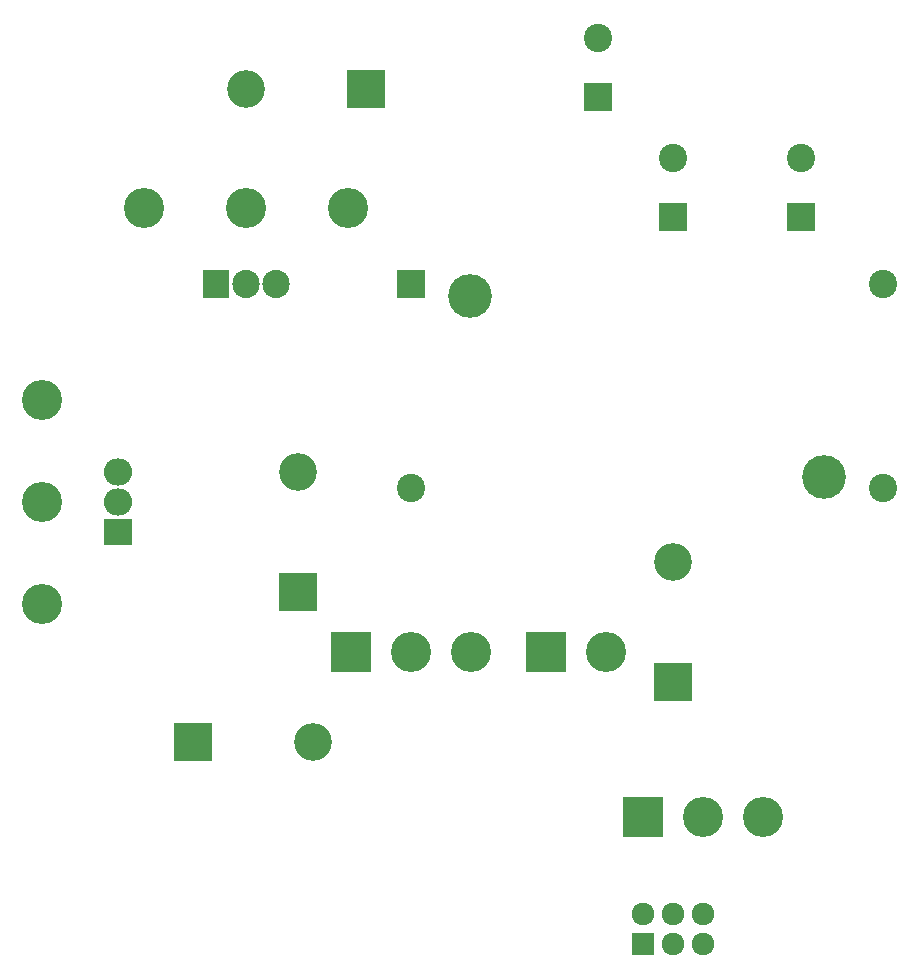
<source format=gbr>
G04 #@! TF.GenerationSoftware,KiCad,Pcbnew,(5.0.0)*
G04 #@! TF.CreationDate,2018-08-26T00:23:23+09:00*
G04 #@! TF.ProjectId,power-supply,706F7765722D737570706C792E6B6963,rev?*
G04 #@! TF.SameCoordinates,Original*
G04 #@! TF.FileFunction,Soldermask,Bot*
G04 #@! TF.FilePolarity,Negative*
%FSLAX46Y46*%
G04 Gerber Fmt 4.6, Leading zero omitted, Abs format (unit mm)*
G04 Created by KiCad (PCBNEW (5.0.0)) date 08/26/18 00:23:23*
%MOMM*%
%LPD*%
G01*
G04 APERTURE LIST*
%ADD10R,1.924000X1.924000*%
%ADD11C,1.924000*%
%ADD12C,3.400000*%
%ADD13C,2.400000*%
%ADD14R,2.400000X2.400000*%
%ADD15R,3.200000X3.200000*%
%ADD16O,3.200000X3.200000*%
%ADD17R,3.400000X3.400000*%
%ADD18C,3.700000*%
%ADD19R,2.305000X2.400000*%
%ADD20O,2.305000X2.400000*%
%ADD21O,2.400000X2.305000*%
%ADD22R,2.400000X2.305000*%
G04 APERTURE END LIST*
D10*
G04 #@! TO.C,SW1*
X14605000Y-36830000D03*
D11*
X17145000Y-36830000D03*
X19685000Y-36830000D03*
X19685000Y-34290000D03*
X17145000Y-34290000D03*
X14605000Y-34290000D03*
G04 #@! TD*
D12*
G04 #@! TO.C,REF\002A\002A*
X-36322000Y9271000D03*
X-36322000Y635000D03*
X-36322000Y-8001000D03*
G04 #@! TD*
D13*
G04 #@! TO.C,C1*
X10795000Y39925000D03*
D14*
X10795000Y34925000D03*
G04 #@! TD*
G04 #@! TO.C,C2*
X27940000Y24765000D03*
D13*
X27940000Y29765000D03*
G04 #@! TD*
D14*
G04 #@! TO.C,C3*
X17145000Y24765000D03*
D13*
X17145000Y29765000D03*
G04 #@! TD*
D15*
G04 #@! TO.C,D1*
X-23495000Y-19685000D03*
D16*
X-13335000Y-19685000D03*
G04 #@! TD*
G04 #@! TO.C,D2*
X-14605000Y3175000D03*
D15*
X-14605000Y-6985000D03*
G04 #@! TD*
D16*
G04 #@! TO.C,D5*
X-19050000Y35560000D03*
D15*
X-8890000Y35560000D03*
G04 #@! TD*
G04 #@! TO.C,D8*
X17145000Y-14605000D03*
D16*
X17145000Y-4445000D03*
G04 #@! TD*
D17*
G04 #@! TO.C,J1*
X6350000Y-12065000D03*
D12*
X11430000Y-12065000D03*
G04 #@! TD*
D17*
G04 #@! TO.C,J2*
X-10160000Y-12065000D03*
D12*
X-5080000Y-12065000D03*
X0Y-12065000D03*
G04 #@! TD*
D14*
G04 #@! TO.C,U1*
X-5080000Y19050000D03*
D13*
X-5080000Y1778000D03*
X34920000Y1778000D03*
X34920000Y19050000D03*
D18*
X-80000Y18050000D03*
X29925000Y2778000D03*
G04 #@! TD*
D19*
G04 #@! TO.C,U2*
X-21590000Y19050000D03*
D20*
X-19050000Y19050000D03*
X-16510000Y19050000D03*
G04 #@! TD*
D21*
G04 #@! TO.C,U5*
X-29845000Y3175000D03*
X-29845000Y635000D03*
D22*
X-29845000Y-1905000D03*
G04 #@! TD*
D17*
G04 #@! TO.C,J3*
X14605000Y-26035000D03*
D12*
X19685000Y-26035000D03*
X24765000Y-26035000D03*
G04 #@! TD*
G04 #@! TO.C,REF\002A\002A*
X-27686000Y25527000D03*
X-19050000Y25527000D03*
X-10414000Y25527000D03*
G04 #@! TD*
M02*

</source>
